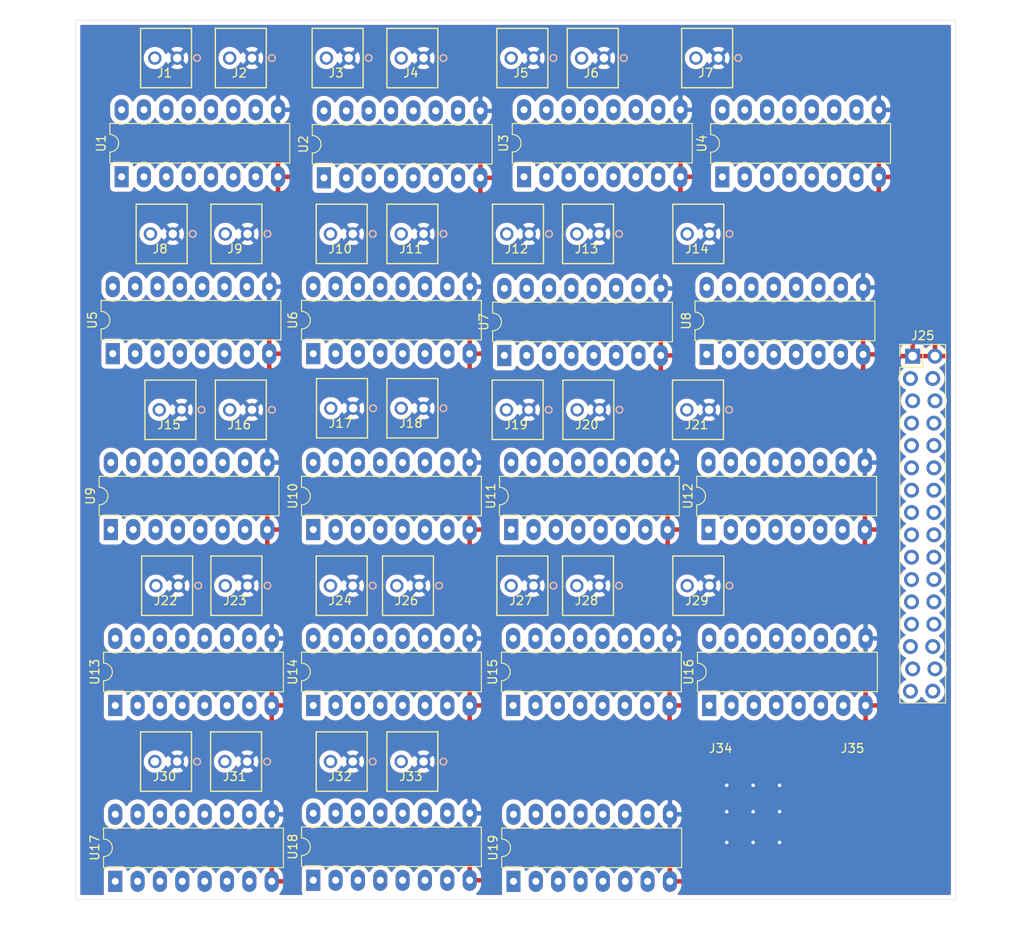
<source format=kicad_pcb>
(kicad_pcb (version 20171130) (host pcbnew "(5.1.0)-1")
  (layers (0 F.Cu signal) (31 B.Cu signal) (34 B.Paste user) (35 F.Paste user) (36 B.SilkS user) (37 F.SilkS user) (38 B.Mask user) (39 F.Mask user) (44 Edge.Cuts user))
  (net 0 "")
  (net 1 O1)
  (net 2 +12V)
  (net 3 O2)
  (net 4 O3)
  (net 5 O4)
  (net 6 O5)
  (net 7 O6)
  (net 8 O7)
  (net 9 O8)
  (net 10 O9)
  (net 11 O10)
  (net 12 O11)
  (net 13 O12)
  (net 14 O13)
  (net 15 O14)
  (net 16 O15)
  (net 17 O16)
  (net 18 O17)
  (net 19 O18)
  (net 20 O19)
  (net 21 O20)
  (net 22 O21)
  (net 23 O22)
  (net 24 O23)
  (net 25 O24)
  (net 26 S30)
  (net 27 S29)
  (net 28 S28)
  (net 29 S27)
  (net 30 S26)
  (net 31 S25)
  (net 32 S24)
  (net 33 S23)
  (net 34 S22)
  (net 35 S21)
  (net 36 S20)
  (net 37 S19)
  (net 38 S18)
  (net 39 S17)
  (net 40 S16)
  (net 41 S15)
  (net 42 S14)
  (net 43 S13)
  (net 44 S12)
  (net 45 S11)
  (net 46 S10)
  (net 47 S9)
  (net 48 S8)
  (net 49 S7)
  (net 50 S6)
  (net 51 S5)
  (net 52 S4)
  (net 53 S3)
  (net 54 S2)
  (net 55 S1)
  (net 56 GND)
  (net 57 O25)
  (net 58 O26)
  (net 59 O27)
  (net 60 O28)
  (net 61 O29)
  (net 62 O30)
  (net 63 O31)
  (net 64 O32)
  (net 65 S32)
  (net 66 S31)
  (net 67 "Net-(U19-Pad3)")
  (net 68 "Net-(U19-Pad10)")
  (net 69 "Net-(U19-Pad4)")
  (net 70 "Net-(U19-Pad11)")
  (net 71 "Net-(U19-Pad5)")
  (net 72 "Net-(U19-Pad12)")
  (net 73 "Net-(U19-Pad6)")
  (net 74 "Net-(U19-Pad13)")
  (net 75 "Net-(U19-Pad7)")
  (net 76 "Net-(U19-Pad14)")
  (module Pluralsight:ScrewTerm_282834-2 (layer F.Cu) (at 109 54.3 180)
    (fp_text reference J1 (at -1.1 -1.7 180) (layer F.SilkS))
    (fp_text value Sol)
    (pad 2 thru_hole circle (at 0 0 180) (size 1.524 1.524) (drill 0.9652) (layers *.Cu *.Mask) (net 1 O1))
    (pad 1 thru_hole circle (at -2.54 0 180) (size 1.524 1.524) (drill 0.9652) (layers *.Cu *.Mask) (net 2 +12V))
  )
  (module Pluralsight:ScrewTerm_282834-2 (layer F.Cu) (at 117.5 54.3 180)
    (fp_text reference J2 (at -1.1 -1.7 180) (layer F.SilkS))
    (fp_text value Sol)
    (pad 1 thru_hole circle (at -2.54 0 180) (size 1.524 1.524) (drill 0.9652) (layers *.Cu *.Mask) (net 2 +12V))
    (pad 2 thru_hole circle (at 0 0 180) (size 1.524 1.524) (drill 0.9652) (layers *.Cu *.Mask) (net 3 O2))
  )
  (module Pluralsight:ScrewTerm_282834-2 (layer F.Cu) (at 128.5 54.3 180)
    (fp_text reference J3 (at -1.1 -1.7 180) (layer F.SilkS))
    (fp_text value Sol)
    (pad 2 thru_hole circle (at 0 0 180) (size 1.524 1.524) (drill 0.9652) (layers *.Cu *.Mask) (net 4 O3))
    (pad 1 thru_hole circle (at -2.54 0 180) (size 1.524 1.524) (drill 0.9652) (layers *.Cu *.Mask) (net 2 +12V))
  )
  (module Pluralsight:ScrewTerm_282834-2 (layer F.Cu) (at 137 54.3 180)
    (fp_text reference J4 (at -1.1 -1.7 180) (layer F.SilkS))
    (fp_text value Sol)
    (pad 1 thru_hole circle (at -2.54 0 180) (size 1.524 1.524) (drill 0.9652) (layers *.Cu *.Mask) (net 2 +12V))
    (pad 2 thru_hole circle (at 0 0 180) (size 1.524 1.524) (drill 0.9652) (layers *.Cu *.Mask) (net 5 O4))
  )
  (module Pluralsight:ScrewTerm_282834-2 (layer F.Cu) (at 149.5 54.3 180)
    (fp_text reference J5 (at -1.1 -1.7 180) (layer F.SilkS))
    (fp_text value Sol)
    (pad 2 thru_hole circle (at 0 0 180) (size 1.524 1.524) (drill 0.9652) (layers *.Cu *.Mask) (net 6 O5))
    (pad 1 thru_hole circle (at -2.54 0 180) (size 1.524 1.524) (drill 0.9652) (layers *.Cu *.Mask) (net 2 +12V))
  )
  (module Pluralsight:ScrewTerm_282834-2 (layer F.Cu) (at 157.5 54.3 180)
    (fp_text reference J6 (at -1.1 -1.7 180) (layer F.SilkS))
    (fp_text value Sol)
    (pad 1 thru_hole circle (at -2.54 0 180) (size 1.524 1.524) (drill 0.9652) (layers *.Cu *.Mask) (net 2 +12V))
    (pad 2 thru_hole circle (at 0 0 180) (size 1.524 1.524) (drill 0.9652) (layers *.Cu *.Mask) (net 7 O6))
  )
  (module Pluralsight:ScrewTerm_282834-2 (layer F.Cu) (at 170.5 54.3 180)
    (fp_text reference J7 (at -1.1 -1.7 180) (layer F.SilkS))
    (fp_text value Sol)
    (pad 2 thru_hole circle (at 0 0 180) (size 1.524 1.524) (drill 0.9652) (layers *.Cu *.Mask) (net 8 O7))
    (pad 1 thru_hole circle (at -2.54 0 180) (size 1.524 1.524) (drill 0.9652) (layers *.Cu *.Mask) (net 2 +12V))
  )
  (module Pluralsight:ScrewTerm_282834-2 (layer F.Cu) (at 108.5 74.3 180)
    (fp_text reference J8 (at -1.1 -1.7 180) (layer F.SilkS))
    (fp_text value Sol)
    (pad 2 thru_hole circle (at 0 0 180) (size 1.524 1.524) (drill 0.9652) (layers *.Cu *.Mask) (net 9 O8))
    (pad 1 thru_hole circle (at -2.54 0 180) (size 1.524 1.524) (drill 0.9652) (layers *.Cu *.Mask) (net 2 +12V))
  )
  (module Pluralsight:ScrewTerm_282834-2 (layer F.Cu) (at 117 74.3 180)
    (fp_text reference J9 (at -1.1 -1.7 180) (layer F.SilkS))
    (fp_text value Sol)
    (pad 1 thru_hole circle (at -2.54 0 180) (size 1.524 1.524) (drill 0.9652) (layers *.Cu *.Mask) (net 2 +12V))
    (pad 2 thru_hole circle (at 0 0 180) (size 1.524 1.524) (drill 0.9652) (layers *.Cu *.Mask) (net 10 O9))
  )
  (module Pluralsight:ScrewTerm_282834-2 (layer F.Cu) (at 128.96 74.3 180)
    (fp_text reference J10 (at -1.1 -1.7 180) (layer F.SilkS))
    (fp_text value Sol)
    (pad 1 thru_hole circle (at -2.54 0 180) (size 1.524 1.524) (drill 0.9652) (layers *.Cu *.Mask) (net 2 +12V))
    (pad 2 thru_hole circle (at 0 0 180) (size 1.524 1.524) (drill 0.9652) (layers *.Cu *.Mask) (net 11 O10))
  )
  (module Pluralsight:ScrewTerm_282834-2 (layer F.Cu) (at 137 74.3 180)
    (fp_text reference J11 (at -1.1 -1.7) (layer F.SilkS))
    (fp_text value Sol)
    (pad 2 thru_hole circle (at 0 0 180) (size 1.524 1.524) (drill 0.9652) (layers *.Cu *.Mask) (net 12 O11))
    (pad 1 thru_hole circle (at -2.54 0 180) (size 1.524 1.524) (drill 0.9652) (layers *.Cu *.Mask) (net 2 +12V))
  )
  (module Pluralsight:ScrewTerm_282834-2 (layer F.Cu) (at 149 74.3 180)
    (fp_text reference J12 (at -1.1 -1.7 180) (layer F.SilkS))
    (fp_text value Sol)
    (pad 1 thru_hole circle (at -2.54 0 180) (size 1.524 1.524) (drill 0.9652) (layers *.Cu *.Mask) (net 2 +12V))
    (pad 2 thru_hole circle (at 0 0 180) (size 1.524 1.524) (drill 0.9652) (layers *.Cu *.Mask) (net 13 O12))
  )
  (module Pluralsight:ScrewTerm_282834-2 (layer F.Cu) (at 156.96 74.3 180)
    (fp_text reference J13 (at -1.1 -1.7 180) (layer F.SilkS))
    (fp_text value Sol)
    (pad 2 thru_hole circle (at 0 0 180) (size 1.524 1.524) (drill 0.9652) (layers *.Cu *.Mask) (net 14 O13))
    (pad 1 thru_hole circle (at -2.54 0 180) (size 1.524 1.524) (drill 0.9652) (layers *.Cu *.Mask) (net 2 +12V))
  )
  (module Pluralsight:ScrewTerm_282834-2 (layer F.Cu) (at 169.5 74.3 180)
    (fp_text reference J14 (at -1.1 -1.7 180) (layer F.SilkS))
    (fp_text value Sol)
    (pad 1 thru_hole circle (at -2.54 0 180) (size 1.524 1.524) (drill 0.9652) (layers *.Cu *.Mask) (net 2 +12V))
    (pad 2 thru_hole circle (at 0 0 180) (size 1.524 1.524) (drill 0.9652) (layers *.Cu *.Mask) (net 15 O14))
  )
  (module Pluralsight:ScrewTerm_282834-2 (layer F.Cu) (at 109.5 94.3 180)
    (fp_text reference J15 (at -1.1 -1.7 180) (layer F.SilkS))
    (fp_text value Sol)
    (pad 2 thru_hole circle (at 0 0 180) (size 1.524 1.524) (drill 0.9652) (layers *.Cu *.Mask) (net 16 O15))
    (pad 1 thru_hole circle (at -2.54 0 180) (size 1.524 1.524) (drill 0.9652) (layers *.Cu *.Mask) (net 2 +12V))
  )
  (module Pluralsight:ScrewTerm_282834-2 (layer F.Cu) (at 117.5 94.3 180)
    (fp_text reference J16 (at -1.1 -1.7 180) (layer F.SilkS))
    (fp_text value Sol)
    (pad 1 thru_hole circle (at -2.54 0 180) (size 1.524 1.524) (drill 0.9652) (layers *.Cu *.Mask) (net 2 +12V))
    (pad 2 thru_hole circle (at 0 0 180) (size 1.524 1.524) (drill 0.9652) (layers *.Cu *.Mask) (net 17 O16))
  )
  (module Pluralsight:ScrewTerm_282834-2 (layer F.Cu) (at 129 94.124401 180)
    (fp_text reference J17 (at -1.1 -1.7 180) (layer F.SilkS))
    (fp_text value Sol)
    (pad 2 thru_hole circle (at 0 0 180) (size 1.524 1.524) (drill 0.9652) (layers *.Cu *.Mask) (net 18 O17))
    (pad 1 thru_hole circle (at -2.54 0 180) (size 1.524 1.524) (drill 0.9652) (layers *.Cu *.Mask) (net 2 +12V))
  )
  (module Pluralsight:ScrewTerm_282834-2 (layer F.Cu) (at 137 94.124401 180)
    (fp_text reference J18 (at -1.1 -1.7 180) (layer F.SilkS))
    (fp_text value Sol)
    (pad 1 thru_hole circle (at -2.54 0 180) (size 1.524 1.524) (drill 0.9652) (layers *.Cu *.Mask) (net 2 +12V))
    (pad 2 thru_hole circle (at 0 0 180) (size 1.524 1.524) (drill 0.9652) (layers *.Cu *.Mask) (net 19 O18))
  )
  (module Pluralsight:ScrewTerm_282834-2 (layer F.Cu) (at 148.96 94.3 180)
    (fp_text reference J19 (at -1.1 -1.7 180) (layer F.SilkS))
    (fp_text value Sol)
    (pad 2 thru_hole circle (at 0 0 180) (size 1.524 1.524) (drill 0.9652) (layers *.Cu *.Mask) (net 20 O19))
    (pad 1 thru_hole circle (at -2.54 0 180) (size 1.524 1.524) (drill 0.9652) (layers *.Cu *.Mask) (net 2 +12V))
  )
  (module Pluralsight:ScrewTerm_282834-2 (layer F.Cu) (at 157 94.3 180)
    (fp_text reference J20 (at -1.1 -1.7 180) (layer F.SilkS))
    (fp_text value Sol)
    (pad 1 thru_hole circle (at -2.54 0 180) (size 1.524 1.524) (drill 0.9652) (layers *.Cu *.Mask) (net 2 +12V))
    (pad 2 thru_hole circle (at 0 0 180) (size 1.524 1.524) (drill 0.9652) (layers *.Cu *.Mask) (net 21 O20))
  )
  (module Pluralsight:ScrewTerm_282834-2 (layer F.Cu) (at 169.46 94.3 180)
    (fp_text reference J21 (at -1.1 -1.7 180) (layer F.SilkS))
    (fp_text value Sol)
    (pad 2 thru_hole circle (at 0 0 180) (size 1.524 1.524) (drill 0.9652) (layers *.Cu *.Mask) (net 22 O21))
    (pad 1 thru_hole circle (at -2.54 0 180) (size 1.524 1.524) (drill 0.9652) (layers *.Cu *.Mask) (net 2 +12V))
  )
  (module Pluralsight:ScrewTerm_282834-2 (layer F.Cu) (at 109.125001 114.3 180)
    (fp_text reference J22 (at -1.1 -1.7 180) (layer F.SilkS))
    (fp_text value Sol)
    (pad 1 thru_hole circle (at -2.54 0 180) (size 1.524 1.524) (drill 0.9652) (layers *.Cu *.Mask) (net 2 +12V))
    (pad 2 thru_hole circle (at 0 0 180) (size 1.524 1.524) (drill 0.9652) (layers *.Cu *.Mask) (net 23 O22))
  )
  (module Pluralsight:ScrewTerm_282834-2 (layer F.Cu) (at 117 114.3 180)
    (fp_text reference J23 (at -1.1 -1.7 180) (layer F.SilkS))
    (fp_text value Sol)
    (pad 2 thru_hole circle (at 0 0 180) (size 1.524 1.524) (drill 0.9652) (layers *.Cu *.Mask) (net 24 O23))
    (pad 1 thru_hole circle (at -2.54 0 180) (size 1.524 1.524) (drill 0.9652) (layers *.Cu *.Mask) (net 2 +12V))
  )
  (module Pluralsight:ScrewTerm_282834-2 (layer F.Cu) (at 128.96 114.3 180)
    (fp_text reference J24 (at -1.1 -1.7 180) (layer F.SilkS))
    (fp_text value Sol)
    (pad 1 thru_hole circle (at -2.54 0 180) (size 1.524 1.524) (drill 0.9652) (layers *.Cu *.Mask) (net 2 +12V))
    (pad 2 thru_hole circle (at 0 0 180) (size 1.524 1.524) (drill 0.9652) (layers *.Cu *.Mask) (net 25 O24))
  )
  (module Pluralsight:PinHeader_2x16_P2.54mm_Vertical_zigzag (layer F.Cu) (at 195 88.2)
    (fp_text reference J25 (at 1.27 -2.33) (layer F.SilkS))
    (fp_text value Interface)
    (pad 32 thru_hole oval (at 2.413 38.1) (size 1.7 1.7) (drill 1) (layers *.Cu *.Mask) (net 26 S30))
    (pad 31 thru_hole oval (at -0.127 38.1) (size 1.7 1.7) (drill 1) (layers *.Cu *.Mask) (net 27 S29))
    (pad 30 thru_hole oval (at 2.667 35.56) (size 1.7 1.7) (drill 1) (layers *.Cu *.Mask) (net 28 S28))
    (pad 29 thru_hole oval (at 0.127 35.56) (size 1.7 1.7) (drill 1) (layers *.Cu *.Mask) (net 29 S27))
    (pad 28 thru_hole oval (at 2.413 33.02) (size 1.7 1.7) (drill 1) (layers *.Cu *.Mask) (net 30 S26))
    (pad 27 thru_hole oval (at -0.127 33.02) (size 1.7 1.7) (drill 1) (layers *.Cu *.Mask) (net 31 S25))
    (pad 26 thru_hole oval (at 2.54 30.48) (size 1.7 1.7) (drill 1) (layers *.Cu *.Mask) (net 32 S24))
    (pad 25 thru_hole oval (at 0 30.48) (size 1.7 1.7) (drill 1) (layers *.Cu *.Mask) (net 33 S23))
    (pad 24 thru_hole oval (at 2.54 27.94) (size 1.7 1.7) (drill 1) (layers *.Cu *.Mask) (net 34 S22))
    (pad 23 thru_hole oval (at 0 27.94) (size 1.7 1.7) (drill 1) (layers *.Cu *.Mask) (net 35 S21))
    (pad 22 thru_hole oval (at 2.54 25.4) (size 1.7 1.7) (drill 1) (layers *.Cu *.Mask) (net 36 S20))
    (pad 21 thru_hole oval (at 0 25.4) (size 1.7 1.7) (drill 1) (layers *.Cu *.Mask) (net 37 S19))
    (pad 20 thru_hole oval (at 2.54 22.86) (size 1.7 1.7) (drill 1) (layers *.Cu *.Mask) (net 38 S18))
    (pad 19 thru_hole oval (at 0 22.86) (size 1.7 1.7) (drill 1) (layers *.Cu *.Mask) (net 39 S17))
    (pad 18 thru_hole oval (at 2.54 20.32) (size 1.7 1.7) (drill 1) (layers *.Cu *.Mask) (net 40 S16))
    (pad 17 thru_hole oval (at 0 20.32) (size 1.7 1.7) (drill 1) (layers *.Cu *.Mask) (net 41 S15))
    (pad 16 thru_hole oval (at 2.54 17.78) (size 1.7 1.7) (drill 1) (layers *.Cu *.Mask) (net 42 S14))
    (pad 15 thru_hole oval (at 0 17.78) (size 1.7 1.7) (drill 1) (layers *.Cu *.Mask) (net 43 S13))
    (pad 14 thru_hole oval (at 2.54 15.24) (size 1.7 1.7) (drill 1) (layers *.Cu *.Mask) (net 44 S12))
    (pad 13 thru_hole oval (at 0 15.24) (size 1.7 1.7) (drill 1) (layers *.Cu *.Mask) (net 45 S11))
    (pad 12 thru_hole oval (at 2.54 12.7) (size 1.7 1.7) (drill 1) (layers *.Cu *.Mask) (net 46 S10))
    (pad 11 thru_hole oval (at 0 12.7) (size 1.7 1.7) (drill 1) (layers *.Cu *.Mask) (net 47 S9))
    (pad 10 thru_hole oval (at 2.54 10.16) (size 1.7 1.7) (drill 1) (layers *.Cu *.Mask) (net 48 S8))
    (pad 9 thru_hole oval (at 0 10.16) (size 1.7 1.7) (drill 1) (layers *.Cu *.Mask) (net 49 S7))
    (pad 8 thru_hole oval (at 2.54 7.62) (size 1.7 1.7) (drill 1) (layers *.Cu *.Mask) (net 50 S6))
    (pad 7 thru_hole oval (at 0 7.62) (size 1.7 1.7) (drill 1) (layers *.Cu *.Mask) (net 51 S5))
    (pad 6 thru_hole oval (at 2.667 5.08) (size 1.7 1.7) (drill 1) (layers *.Cu *.Mask) (net 52 S4))
    (pad 5 thru_hole oval (at 0.127 5.08) (size 1.7 1.7) (drill 1) (layers *.Cu *.Mask) (net 53 S3))
    (pad 4 thru_hole oval (at 2.413 2.54) (size 1.7 1.7) (drill 1) (layers *.Cu *.Mask) (net 54 S2))
    (pad 3 thru_hole oval (at -0.127 2.54) (size 1.7 1.7) (drill 1) (layers *.Cu *.Mask) (net 55 S1))
    (pad 2 thru_hole oval (at 2.667 0) (size 1.7 1.7) (drill 1) (layers *.Cu *.Mask) (net 56 GND))
    (pad 1 thru_hole rect (at 0.127 0) (size 1.7 1.7) (drill 1) (layers *.Cu *.Mask) (net 56 GND))
  )
  (module Pluralsight:ScrewTerm_282834-2 (layer F.Cu) (at 136.5 114.3 180)
    (fp_text reference J26 (at -1.1 -1.7 180) (layer F.SilkS))
    (fp_text value Sol)
    (pad 2 thru_hole circle (at 0 0 180) (size 1.524 1.524) (drill 0.9652) (layers *.Cu *.Mask) (net 57 O25))
    (pad 1 thru_hole circle (at -2.54 0 180) (size 1.524 1.524) (drill 0.9652) (layers *.Cu *.Mask) (net 2 +12V))
  )
  (module Pluralsight:ScrewTerm_282834-2 (layer F.Cu) (at 149.5 114.3 180)
    (fp_text reference J27 (at -1.1 -1.7 180) (layer F.SilkS))
    (fp_text value Sol)
    (pad 1 thru_hole circle (at -2.54 0 180) (size 1.524 1.524) (drill 0.9652) (layers *.Cu *.Mask) (net 2 +12V))
    (pad 2 thru_hole circle (at 0 0 180) (size 1.524 1.524) (drill 0.9652) (layers *.Cu *.Mask) (net 58 O26))
  )
  (module Pluralsight:ScrewTerm_282834-2 (layer F.Cu) (at 156.96 114.3 180)
    (fp_text reference J28 (at -1.1 -1.7 180) (layer F.SilkS))
    (fp_text value Sol)
    (pad 2 thru_hole circle (at 0 0 180) (size 1.524 1.524) (drill 0.9652) (layers *.Cu *.Mask) (net 59 O27))
    (pad 1 thru_hole circle (at -2.54 0 180) (size 1.524 1.524) (drill 0.9652) (layers *.Cu *.Mask) (net 2 +12V))
  )
  (module Pluralsight:ScrewTerm_282834-2 (layer F.Cu) (at 169.5 114.3 180)
    (fp_text reference J29 (at -1.1 -1.7 180) (layer F.SilkS))
    (fp_text value Sol)
    (pad 1 thru_hole circle (at -2.54 0 180) (size 1.524 1.524) (drill 0.9652) (layers *.Cu *.Mask) (net 2 +12V))
    (pad 2 thru_hole circle (at 0 0 180) (size 1.524 1.524) (drill 0.9652) (layers *.Cu *.Mask) (net 60 O28))
  )
  (module Pluralsight:ScrewTerm_282834-2 (layer F.Cu) (at 109 134.3 180)
    (fp_text reference J30 (at -1.1 -1.7 180) (layer F.SilkS))
    (fp_text value Sol)
    (pad 2 thru_hole circle (at 0 0 180) (size 1.524 1.524) (drill 0.9652) (layers *.Cu *.Mask) (net 61 O29))
    (pad 1 thru_hole circle (at -2.54 0 180) (size 1.524 1.524) (drill 0.9652) (layers *.Cu *.Mask) (net 2 +12V))
  )
  (module Pluralsight:ScrewTerm_282834-2 (layer F.Cu) (at 116.96 134.3 180)
    (fp_text reference J31 (at -1.1 -1.7 180) (layer F.SilkS))
    (fp_text value Sol)
    (pad 1 thru_hole circle (at -2.54 0 180) (size 1.524 1.524) (drill 0.9652) (layers *.Cu *.Mask) (net 2 +12V))
    (pad 2 thru_hole circle (at 0 0 180) (size 1.524 1.524) (drill 0.9652) (layers *.Cu *.Mask) (net 62 O30))
  )
  (module Pluralsight:ScrewTerm_282834-2 (layer F.Cu) (at 128.96 134.3 180)
    (fp_text reference J32 (at -1.1 -1.7 180) (layer F.SilkS))
    (fp_text value Sol)
    (pad 2 thru_hole circle (at 0 0 180) (size 1.524 1.524) (drill 0.9652) (layers *.Cu *.Mask) (net 63 O31))
    (pad 1 thru_hole circle (at -2.54 0 180) (size 1.524 1.524) (drill 0.9652) (layers *.Cu *.Mask) (net 2 +12V))
  )
  (module Pluralsight:ScrewTerm_282834-2 (layer F.Cu) (at 137 134.3 180)
    (fp_text reference J33 (at -1.1 -1.7 180) (layer F.SilkS))
    (fp_text value Sol)
    (pad 1 thru_hole circle (at -2.54 0 180) (size 1.524 1.524) (drill 0.9652) (layers *.Cu *.Mask) (net 2 +12V))
    (pad 2 thru_hole circle (at 0 0 180) (size 1.524 1.524) (drill 0.9652) (layers *.Cu *.Mask) (net 64 O32))
  )
  (module Pluralsight:SolderPadPower (layer F.Cu) (at 177 140)
    (fp_text reference J34 (at -3.7 -7.2) (layer F.SilkS))
    (fp_text value Power)
    (pad 1 smd rect (at 0 0) (size 12.7 12.7) (layers F.Cu F.Paste F.Mask) (net 2 +12V))
  )
  (module Pluralsight:SolderPadPower (layer F.Cu) (at 192 140)
    (fp_text reference J35 (at -3.7 -7.2) (layer F.SilkS))
    (fp_text value Power)
    (pad 1 smd rect (at 0 0) (size 12.7 12.7) (layers F.Cu F.Paste F.Mask) (net 56 GND))
  )
  (module Package_DIP:DIP-16_W7.62mm_LongPads (layer F.Cu) (at 105.22 67.8 90)
    (fp_text reference U1 (at 3.81 -2.33 90) (layer F.SilkS))
    (fp_text value ULN2003A)
    (pad 1 thru_hole rect (at 0 0 90) (size 2.4 1.6) (drill 0.8) (layers *.Cu *.Mask) (net 55 S1))
    (pad 9 thru_hole oval (at 7.62 17.78 90) (size 2.4 1.6) (drill 0.8) (layers *.Cu *.Mask) (net 2 +12V))
    (pad 2 thru_hole oval (at 0 2.54 90) (size 2.4 1.6) (drill 0.8) (layers *.Cu *.Mask) (net 55 S1))
    (pad 10 thru_hole oval (at 7.62 15.24 90) (size 2.4 1.6) (drill 0.8) (layers *.Cu *.Mask) (net 3 O2))
    (pad 3 thru_hole oval (at 0 5.08 90) (size 2.4 1.6) (drill 0.8) (layers *.Cu *.Mask) (net 55 S1))
    (pad 11 thru_hole oval (at 7.62 12.7 90) (size 2.4 1.6) (drill 0.8) (layers *.Cu *.Mask) (net 3 O2))
    (pad 4 thru_hole oval (at 0 7.62 90) (size 2.4 1.6) (drill 0.8) (layers *.Cu *.Mask) (net 55 S1))
    (pad 12 thru_hole oval (at 7.62 10.16 90) (size 2.4 1.6) (drill 0.8) (layers *.Cu *.Mask) (net 3 O2))
    (pad 5 thru_hole oval (at 0 10.16 90) (size 2.4 1.6) (drill 0.8) (layers *.Cu *.Mask) (net 54 S2))
    (pad 13 thru_hole oval (at 7.62 7.62 90) (size 2.4 1.6) (drill 0.8) (layers *.Cu *.Mask) (net 1 O1))
    (pad 6 thru_hole oval (at 0 12.7 90) (size 2.4 1.6) (drill 0.8) (layers *.Cu *.Mask) (net 54 S2))
    (pad 14 thru_hole oval (at 7.62 5.08 90) (size 2.4 1.6) (drill 0.8) (layers *.Cu *.Mask) (net 1 O1))
    (pad 7 thru_hole oval (at 0 15.24 90) (size 2.4 1.6) (drill 0.8) (layers *.Cu *.Mask) (net 54 S2))
    (pad 15 thru_hole oval (at 7.62 2.54 90) (size 2.4 1.6) (drill 0.8) (layers *.Cu *.Mask) (net 1 O1))
    (pad 8 thru_hole oval (at 0 17.78 90) (size 2.4 1.6) (drill 0.8) (layers *.Cu *.Mask) (net 56 GND))
    (pad 16 thru_hole oval (at 7.62 0 90) (size 2.4 1.6) (drill 0.8) (layers *.Cu *.Mask) (net 1 O1))
  )
  (module Package_DIP:DIP-16_W7.62mm_LongPads (layer F.Cu) (at 128.22 67.92 90)
    (fp_text reference U2 (at 3.81 -2.33 90) (layer F.SilkS))
    (fp_text value ULN2003A)
    (pad 16 thru_hole oval (at 7.62 0 90) (size 2.4 1.6) (drill 0.8) (layers *.Cu *.Mask) (net 3 O2))
    (pad 8 thru_hole oval (at 0 17.78 90) (size 2.4 1.6) (drill 0.8) (layers *.Cu *.Mask) (net 56 GND))
    (pad 15 thru_hole oval (at 7.62 2.54 90) (size 2.4 1.6) (drill 0.8) (layers *.Cu *.Mask) (net 4 O3))
    (pad 7 thru_hole oval (at 0 15.24 90) (size 2.4 1.6) (drill 0.8) (layers *.Cu *.Mask) (net 52 S4))
    (pad 14 thru_hole oval (at 7.62 5.08 90) (size 2.4 1.6) (drill 0.8) (layers *.Cu *.Mask) (net 4 O3))
    (pad 6 thru_hole oval (at 0 12.7 90) (size 2.4 1.6) (drill 0.8) (layers *.Cu *.Mask) (net 52 S4))
    (pad 13 thru_hole oval (at 7.62 7.62 90) (size 2.4 1.6) (drill 0.8) (layers *.Cu *.Mask) (net 4 O3))
    (pad 5 thru_hole oval (at 0 10.16 90) (size 2.4 1.6) (drill 0.8) (layers *.Cu *.Mask) (net 53 S3))
    (pad 12 thru_hole oval (at 7.62 10.16 90) (size 2.4 1.6) (drill 0.8) (layers *.Cu *.Mask) (net 4 O3))
    (pad 4 thru_hole oval (at 0 7.62 90) (size 2.4 1.6) (drill 0.8) (layers *.Cu *.Mask) (net 53 S3))
    (pad 11 thru_hole oval (at 7.62 12.7 90) (size 2.4 1.6) (drill 0.8) (layers *.Cu *.Mask) (net 5 O4))
    (pad 3 thru_hole oval (at 0 5.08 90) (size 2.4 1.6) (drill 0.8) (layers *.Cu *.Mask) (net 53 S3))
    (pad 10 thru_hole oval (at 7.62 15.24 90) (size 2.4 1.6) (drill 0.8) (layers *.Cu *.Mask) (net 5 O4))
    (pad 2 thru_hole oval (at 0 2.54 90) (size 2.4 1.6) (drill 0.8) (layers *.Cu *.Mask) (net 53 S3))
    (pad 9 thru_hole oval (at 7.62 17.78 90) (size 2.4 1.6) (drill 0.8) (layers *.Cu *.Mask) (net 2 +12V))
    (pad 1 thru_hole rect (at 0 0 90) (size 2.4 1.6) (drill 0.8) (layers *.Cu *.Mask) (net 54 S2))
  )
  (module Package_DIP:DIP-16_W7.62mm_LongPads (layer F.Cu) (at 150.96 67.8 90)
    (fp_text reference U3 (at 3.81 -2.33 90) (layer F.SilkS))
    (fp_text value ULN2003A)
    (pad 1 thru_hole rect (at 0 0 90) (size 2.4 1.6) (drill 0.8) (layers *.Cu *.Mask) (net 52 S4))
    (pad 9 thru_hole oval (at 7.62 17.78 90) (size 2.4 1.6) (drill 0.8) (layers *.Cu *.Mask) (net 2 +12V))
    (pad 2 thru_hole oval (at 0 2.54 90) (size 2.4 1.6) (drill 0.8) (layers *.Cu *.Mask) (net 52 S4))
    (pad 10 thru_hole oval (at 7.62 15.24 90) (size 2.4 1.6) (drill 0.8) (layers *.Cu *.Mask) (net 7 O6))
    (pad 3 thru_hole oval (at 0 5.08 90) (size 2.4 1.6) (drill 0.8) (layers *.Cu *.Mask) (net 51 S5))
    (pad 11 thru_hole oval (at 7.62 12.7 90) (size 2.4 1.6) (drill 0.8) (layers *.Cu *.Mask) (net 6 O5))
    (pad 4 thru_hole oval (at 0 7.62 90) (size 2.4 1.6) (drill 0.8) (layers *.Cu *.Mask) (net 51 S5))
    (pad 12 thru_hole oval (at 7.62 10.16 90) (size 2.4 1.6) (drill 0.8) (layers *.Cu *.Mask) (net 6 O5))
    (pad 5 thru_hole oval (at 0 10.16 90) (size 2.4 1.6) (drill 0.8) (layers *.Cu *.Mask) (net 51 S5))
    (pad 13 thru_hole oval (at 7.62 7.62 90) (size 2.4 1.6) (drill 0.8) (layers *.Cu *.Mask) (net 6 O5))
    (pad 6 thru_hole oval (at 0 12.7 90) (size 2.4 1.6) (drill 0.8) (layers *.Cu *.Mask) (net 51 S5))
    (pad 14 thru_hole oval (at 7.62 5.08 90) (size 2.4 1.6) (drill 0.8) (layers *.Cu *.Mask) (net 6 O5))
    (pad 7 thru_hole oval (at 0 15.24 90) (size 2.4 1.6) (drill 0.8) (layers *.Cu *.Mask) (net 50 S6))
    (pad 15 thru_hole oval (at 7.62 2.54 90) (size 2.4 1.6) (drill 0.8) (layers *.Cu *.Mask) (net 5 O4))
    (pad 8 thru_hole oval (at 0 17.78 90) (size 2.4 1.6) (drill 0.8) (layers *.Cu *.Mask) (net 56 GND))
    (pad 16 thru_hole oval (at 7.62 0 90) (size 2.4 1.6) (drill 0.8) (layers *.Cu *.Mask) (net 5 O4))
  )
  (module Package_DIP:DIP-16_W7.62mm_LongPads (layer F.Cu) (at 173.5 67.82 90)
    (fp_text reference U4 (at 3.81 -2.33 90) (layer F.SilkS))
    (fp_text value ULN2003A)
    (pad 16 thru_hole oval (at 7.62 0 90) (size 2.4 1.6) (drill 0.8) (layers *.Cu *.Mask) (net 7 O6))
    (pad 8 thru_hole oval (at 0 17.78 90) (size 2.4 1.6) (drill 0.8) (layers *.Cu *.Mask) (net 56 GND))
    (pad 15 thru_hole oval (at 7.62 2.54 90) (size 2.4 1.6) (drill 0.8) (layers *.Cu *.Mask) (net 7 O6))
    (pad 7 thru_hole oval (at 0 15.24 90) (size 2.4 1.6) (drill 0.8) (layers *.Cu *.Mask) (net 49 S7))
    (pad 14 thru_hole oval (at 7.62 5.08 90) (size 2.4 1.6) (drill 0.8) (layers *.Cu *.Mask) (net 7 O6))
    (pad 6 thru_hole oval (at 0 12.7 90) (size 2.4 1.6) (drill 0.8) (layers *.Cu *.Mask) (net 49 S7))
    (pad 13 thru_hole oval (at 7.62 7.62 90) (size 2.4 1.6) (drill 0.8) (layers *.Cu *.Mask) (net 8 O7))
    (pad 5 thru_hole oval (at 0 10.16 90) (size 2.4 1.6) (drill 0.8) (layers *.Cu *.Mask) (net 49 S7))
    (pad 12 thru_hole oval (at 7.62 10.16 90) (size 2.4 1.6) (drill 0.8) (layers *.Cu *.Mask) (net 8 O7))
    (pad 4 thru_hole oval (at 0 7.62 90) (size 2.4 1.6) (drill 0.8) (layers *.Cu *.Mask) (net 49 S7))
    (pad 11 thru_hole oval (at 7.62 12.7 90) (size 2.4 1.6) (drill 0.8) (layers *.Cu *.Mask) (net 8 O7))
    (pad 3 thru_hole oval (at 0 5.08 90) (size 2.4 1.6) (drill 0.8) (layers *.Cu *.Mask) (net 50 S6))
    (pad 10 thru_hole oval (at 7.62 15.24 90) (size 2.4 1.6) (drill 0.8) (layers *.Cu *.Mask) (net 8 O7))
    (pad 2 thru_hole oval (at 0 2.54 90) (size 2.4 1.6) (drill 0.8) (layers *.Cu *.Mask) (net 50 S6))
    (pad 9 thru_hole oval (at 7.62 17.78 90) (size 2.4 1.6) (drill 0.8) (layers *.Cu *.Mask) (net 2 +12V))
    (pad 1 thru_hole rect (at 0 0 90) (size 2.4 1.6) (drill 0.8) (layers *.Cu *.Mask) (net 50 S6))
  )
  (module Package_DIP:DIP-16_W7.62mm_LongPads (layer F.Cu) (at 104.22 87.92 90)
    (fp_text reference U5 (at 3.81 -2.33 90) (layer F.SilkS))
    (fp_text value ULN2003A)
    (pad 1 thru_hole rect (at 0 0 90) (size 2.4 1.6) (drill 0.8) (layers *.Cu *.Mask) (net 48 S8))
    (pad 9 thru_hole oval (at 7.62 17.78 90) (size 2.4 1.6) (drill 0.8) (layers *.Cu *.Mask) (net 2 +12V))
    (pad 2 thru_hole oval (at 0 2.54 90) (size 2.4 1.6) (drill 0.8) (layers *.Cu *.Mask) (net 48 S8))
    (pad 10 thru_hole oval (at 7.62 15.24 90) (size 2.4 1.6) (drill 0.8) (layers *.Cu *.Mask) (net 10 O9))
    (pad 3 thru_hole oval (at 0 5.08 90) (size 2.4 1.6) (drill 0.8) (layers *.Cu *.Mask) (net 48 S8))
    (pad 11 thru_hole oval (at 7.62 12.7 90) (size 2.4 1.6) (drill 0.8) (layers *.Cu *.Mask) (net 10 O9))
    (pad 4 thru_hole oval (at 0 7.62 90) (size 2.4 1.6) (drill 0.8) (layers *.Cu *.Mask) (net 48 S8))
    (pad 12 thru_hole oval (at 7.62 10.16 90) (size 2.4 1.6) (drill 0.8) (layers *.Cu *.Mask) (net 10 O9))
    (pad 5 thru_hole oval (at 0 10.16 90) (size 2.4 1.6) (drill 0.8) (layers *.Cu *.Mask) (net 47 S9))
    (pad 13 thru_hole oval (at 7.62 7.62 90) (size 2.4 1.6) (drill 0.8) (layers *.Cu *.Mask) (net 9 O8))
    (pad 6 thru_hole oval (at 0 12.7 90) (size 2.4 1.6) (drill 0.8) (layers *.Cu *.Mask) (net 47 S9))
    (pad 14 thru_hole oval (at 7.62 5.08 90) (size 2.4 1.6) (drill 0.8) (layers *.Cu *.Mask) (net 9 O8))
    (pad 7 thru_hole oval (at 0 15.24 90) (size 2.4 1.6) (drill 0.8) (layers *.Cu *.Mask) (net 47 S9))
    (pad 15 thru_hole oval (at 7.62 2.54 90) (size 2.4 1.6) (drill 0.8) (layers *.Cu *.Mask) (net 9 O8))
    (pad 8 thru_hole oval (at 0 17.78 90) (size 2.4 1.6) (drill 0.8) (layers *.Cu *.Mask) (net 56 GND))
    (pad 16 thru_hole oval (at 7.62 0 90) (size 2.4 1.6) (drill 0.8) (layers *.Cu *.Mask) (net 9 O8))
  )
  (module Package_DIP:DIP-16_W7.62mm_LongPads (layer F.Cu) (at 127 87.92 90)
    (fp_text reference U6 (at 3.81 -2.33 90) (layer F.SilkS))
    (fp_text value ULN2003A)
    (pad 16 thru_hole oval (at 7.62 0 90) (size 2.4 1.6) (drill 0.8) (layers *.Cu *.Mask) (net 10 O9))
    (pad 8 thru_hole oval (at 0 17.78 90) (size 2.4 1.6) (drill 0.8) (layers *.Cu *.Mask) (net 56 GND))
    (pad 15 thru_hole oval (at 7.62 2.54 90) (size 2.4 1.6) (drill 0.8) (layers *.Cu *.Mask) (net 11 O10))
    (pad 7 thru_hole oval (at 0 15.24 90) (size 2.4 1.6) (drill 0.8) (layers *.Cu *.Mask) (net 45 S11))
    (pad 14 thru_hole oval (at 7.62 5.08 90) (size 2.4 1.6) (drill 0.8) (layers *.Cu *.Mask) (net 11 O10))
    (pad 6 thru_hole oval (at 0 12.7 90) (size 2.4 1.6) (drill 0.8) (layers *.Cu *.Mask) (net 45 S11))
    (pad 13 thru_hole oval (at 7.62 7.62 90) (size 2.4 1.6) (drill 0.8) (layers *.Cu *.Mask) (net 11 O10))
    (pad 5 thru_hole oval (at 0 10.16 90) (size 2.4 1.6) (drill 0.8) (layers *.Cu *.Mask) (net 46 S10))
    (pad 12 thru_hole oval (at 7.62 10.16 90) (size 2.4 1.6) (drill 0.8) (layers *.Cu *.Mask) (net 11 O10))
    (pad 4 thru_hole oval (at 0 7.62 90) (size 2.4 1.6) (drill 0.8) (layers *.Cu *.Mask) (net 46 S10))
    (pad 11 thru_hole oval (at 7.62 12.7 90) (size 2.4 1.6) (drill 0.8) (layers *.Cu *.Mask) (net 12 O11))
    (pad 3 thru_hole oval (at 0 5.08 90) (size 2.4 1.6) (drill 0.8) (layers *.Cu *.Mask) (net 46 S10))
    (pad 10 thru_hole oval (at 7.62 15.24 90) (size 2.4 1.6) (drill 0.8) (layers *.Cu *.Mask) (net 12 O11))
    (pad 2 thru_hole oval (at 0 2.54 90) (size 2.4 1.6) (drill 0.8) (layers *.Cu *.Mask) (net 46 S10))
    (pad 9 thru_hole oval (at 7.62 17.78 90) (size 2.4 1.6) (drill 0.8) (layers *.Cu *.Mask) (net 2 +12V))
    (pad 1 thru_hole rect (at 0 0 90) (size 2.4 1.6) (drill 0.8) (layers *.Cu *.Mask) (net 47 S9))
  )
  (module Package_DIP:DIP-16_W7.62mm_LongPads (layer F.Cu) (at 148.72 88.12 90)
    (fp_text reference U7 (at 3.81 -2.33 90) (layer F.SilkS))
    (fp_text value ULN2003A)
    (pad 1 thru_hole rect (at 0 0 90) (size 2.4 1.6) (drill 0.8) (layers *.Cu *.Mask) (net 45 S11))
    (pad 9 thru_hole oval (at 7.62 17.78 90) (size 2.4 1.6) (drill 0.8) (layers *.Cu *.Mask) (net 2 +12V))
    (pad 2 thru_hole oval (at 0 2.54 90) (size 2.4 1.6) (drill 0.8) (layers *.Cu *.Mask) (net 45 S11))
    (pad 10 thru_hole oval (at 7.62 15.24 90) (size 2.4 1.6) (drill 0.8) (layers *.Cu *.Mask) (net 14 O13))
    (pad 3 thru_hole oval (at 0 5.08 90) (size 2.4 1.6) (drill 0.8) (layers *.Cu *.Mask) (net 44 S12))
    (pad 11 thru_hole oval (at 7.62 12.7 90) (size 2.4 1.6) (drill 0.8) (layers *.Cu *.Mask) (net 13 O12))
    (pad 4 thru_hole oval (at 0 7.62 90) (size 2.4 1.6) (drill 0.8) (layers *.Cu *.Mask) (net 44 S12))
    (pad 12 thru_hole oval (at 7.62 10.16 90) (size 2.4 1.6) (drill 0.8) (layers *.Cu *.Mask) (net 13 O12))
    (pad 5 thru_hole oval (at 0 10.16 90) (size 2.4 1.6) (drill 0.8) (layers *.Cu *.Mask) (net 44 S12))
    (pad 13 thru_hole oval (at 7.62 7.62 90) (size 2.4 1.6) (drill 0.8) (layers *.Cu *.Mask) (net 13 O12))
    (pad 6 thru_hole oval (at 0 12.7 90) (size 2.4 1.6) (drill 0.8) (layers *.Cu *.Mask) (net 44 S12))
    (pad 14 thru_hole oval (at 7.62 5.08 90) (size 2.4 1.6) (drill 0.8) (layers *.Cu *.Mask) (net 13 O12))
    (pad 7 thru_hole oval (at 0 15.24 90) (size 2.4 1.6) (drill 0.8) (layers *.Cu *.Mask) (net 43 S13))
    (pad 15 thru_hole oval (at 7.62 2.54 90) (size 2.4 1.6) (drill 0.8) (layers *.Cu *.Mask) (net 12 O11))
    (pad 8 thru_hole oval (at 0 17.78 90) (size 2.4 1.6) (drill 0.8) (layers *.Cu *.Mask) (net 56 GND))
    (pad 16 thru_hole oval (at 7.62 0 90) (size 2.4 1.6) (drill 0.8) (layers *.Cu *.Mask) (net 12 O11))
  )
  (module Package_DIP:DIP-16_W7.62mm_LongPads (layer F.Cu) (at 171.72 88 90)
    (fp_text reference U8 (at 3.81 -2.33 90) (layer F.SilkS))
    (fp_text value ULN2003A)
    (pad 16 thru_hole oval (at 7.62 0 90) (size 2.4 1.6) (drill 0.8) (layers *.Cu *.Mask) (net 14 O13))
    (pad 8 thru_hole oval (at 0 17.78 90) (size 2.4 1.6) (drill 0.8) (layers *.Cu *.Mask) (net 56 GND))
    (pad 15 thru_hole oval (at 7.62 2.54 90) (size 2.4 1.6) (drill 0.8) (layers *.Cu *.Mask) (net 14 O13))
    (pad 7 thru_hole oval (at 0 15.24 90) (size 2.4 1.6) (drill 0.8) (layers *.Cu *.Mask) (net 42 S14))
    (pad 14 thru_hole oval (at 7.62 5.08 90) (size 2.4 1.6) (drill 0.8) (layers *.Cu *.Mask) (net 14 O13))
    (pad 6 thru_hole oval (at 0 12.7 90) (size 2.4 1.6) (drill 0.8) (layers *.Cu *.Mask) (net 42 S14))
    (pad 13 thru_hole oval (at 7.62 7.62 90) (size 2.4 1.6) (drill 0.8) (layers *.Cu *.Mask) (net 15 O14))
    (pad 5 thru_hole oval (at 0 10.16 90) (size 2.4 1.6) (drill 0.8) (layers *.Cu *.Mask) (net 42 S14))
    (pad 12 thru_hole oval (at 7.62 10.16 90) (size 2.4 1.6) (drill 0.8) (layers *.Cu *.Mask) (net 15 O14))
    (pad 4 thru_hole oval (at 0 7.62 90) (size 2.4 1.6) (drill 0.8) (layers *.Cu *.Mask) (net 42 S14))
    (pad 11 thru_hole oval (at 7.62 12.7 90) (size 2.4 1.6) (drill 0.8) (layers *.Cu *.Mask) (net 15 O14))
    (pad 3 thru_hole oval (at 0 5.08 90) (size 2.4 1.6) (drill 0.8) (layers *.Cu *.Mask) (net 43 S13))
    (pad 10 thru_hole oval (at 7.62 15.24 90) (size 2.4 1.6) (drill 0.8) (layers *.Cu *.Mask) (net 15 O14))
    (pad 2 thru_hole oval (at 0 2.54 90) (size 2.4 1.6) (drill 0.8) (layers *.Cu *.Mask) (net 43 S13))
    (pad 9 thru_hole oval (at 7.62 17.78 90) (size 2.4 1.6) (drill 0.8) (layers *.Cu *.Mask) (net 2 +12V))
    (pad 1 thru_hole rect (at 0 0 90) (size 2.4 1.6) (drill 0.8) (layers *.Cu *.Mask) (net 43 S13))
  )
  (module Package_DIP:DIP-16_W7.62mm_LongPads (layer F.Cu) (at 104 107.92 90)
    (fp_text reference U9 (at 3.81 -2.33 90) (layer F.SilkS))
    (fp_text value ULN2003A)
    (pad 1 thru_hole rect (at 0 0 90) (size 2.4 1.6) (drill 0.8) (layers *.Cu *.Mask) (net 41 S15))
    (pad 9 thru_hole oval (at 7.62 17.78 90) (size 2.4 1.6) (drill 0.8) (layers *.Cu *.Mask) (net 2 +12V))
    (pad 2 thru_hole oval (at 0 2.54 90) (size 2.4 1.6) (drill 0.8) (layers *.Cu *.Mask) (net 41 S15))
    (pad 10 thru_hole oval (at 7.62 15.24 90) (size 2.4 1.6) (drill 0.8) (layers *.Cu *.Mask) (net 17 O16))
    (pad 3 thru_hole oval (at 0 5.08 90) (size 2.4 1.6) (drill 0.8) (layers *.Cu *.Mask) (net 41 S15))
    (pad 11 thru_hole oval (at 7.62 12.7 90) (size 2.4 1.6) (drill 0.8) (layers *.Cu *.Mask) (net 17 O16))
    (pad 4 thru_hole oval (at 0 7.62 90) (size 2.4 1.6) (drill 0.8) (layers *.Cu *.Mask) (net 41 S15))
    (pad 12 thru_hole oval (at 7.62 10.16 90) (size 2.4 1.6) (drill 0.8) (layers *.Cu *.Mask) (net 17 O16))
    (pad 5 thru_hole oval (at 0 10.16 90) (size 2.4 1.6) (drill 0.8) (layers *.Cu *.Mask) (net 40 S16))
    (pad 13 thru_hole oval (at 7.62 7.62 90) (size 2.4 1.6) (drill 0.8) (layers *.Cu *.Mask) (net 16 O15))
    (pad 6 thru_hole oval (at 0 12.7 90) (size 2.4 1.6) (drill 0.8) (layers *.Cu *.Mask) (net 40 S16))
    (pad 14 thru_hole oval (at 7.62 5.08 90) (size 2.4 1.6) (drill 0.8) (layers *.Cu *.Mask) (net 16 O15))
    (pad 7 thru_hole oval (at 0 15.24 90) (size 2.4 1.6) (drill 0.8) (layers *.Cu *.Mask) (net 40 S16))
    (pad 15 thru_hole oval (at 7.62 2.54 90) (size 2.4 1.6) (drill 0.8) (layers *.Cu *.Mask) (net 16 O15))
    (pad 8 thru_hole oval (at 0 17.78 90) (size 2.4 1.6) (drill 0.8) (layers *.Cu *.Mask) (net 56 GND))
    (pad 16 thru_hole oval (at 7.62 0 90) (size 2.4 1.6) (drill 0.8) (layers *.Cu *.Mask) (net 16 O15))
  )
  (module Package_DIP:DIP-16_W7.62mm_LongPads (layer F.Cu) (at 127 107.92 90)
    (fp_text reference U10 (at 3.81 -2.33 90) (layer F.SilkS))
    (fp_text value ULN2003A)
    (pad 16 thru_hole oval (at 7.62 0 90) (size 2.4 1.6) (drill 0.8) (layers *.Cu *.Mask) (net 17 O16))
    (pad 8 thru_hole oval (at 0 17.78 90) (size 2.4 1.6) (drill 0.8) (layers *.Cu *.Mask) (net 56 GND))
    (pad 15 thru_hole oval (at 7.62 2.54 90) (size 2.4 1.6) (drill 0.8) (layers *.Cu *.Mask) (net 18 O17))
    (pad 7 thru_hole oval (at 0 15.24 90) (size 2.4 1.6) (drill 0.8) (layers *.Cu *.Mask) (net 38 S18))
    (pad 14 thru_hole oval (at 7.62 5.08 90) (size 2.4 1.6) (drill 0.8) (layers *.Cu *.Mask) (net 18 O17))
    (pad 6 thru_hole oval (at 0 12.7 90) (size 2.4 1.6) (drill 0.8) (layers *.Cu *.Mask) (net 38 S18))
    (pad 13 thru_hole oval (at 7.62 7.62 90) (size 2.4 1.6) (drill 0.8) (layers *.Cu *.Mask) (net 18 O17))
    (pad 5 thru_hole oval (at 0 10.16 90) (size 2.4 1.6) (drill 0.8) (layers *.Cu *.Mask) (net 39 S17))
    (pad 12 thru_hole oval (at 7.62 10.16 90) (size 2.4 1.6) (drill 0.8) (layers *.Cu *.Mask) (net 18 O17))
    (pad 4 thru_hole oval (at 0 7.62 90) (size 2.4 1.6) (drill 0.8) (layers *.Cu *.Mask) (net 39 S17))
    (pad 11 thru_hole oval (at 7.62 12.7 90) (size 2.4 1.6) (drill 0.8) (layers *.Cu *.Mask) (net 19 O18))
    (pad 3 thru_hole oval (at 0 5.08 90) (size 2.4 1.6) (drill 0.8) (layers *.Cu *.Mask) (net 39 S17))
    (pad 10 thru_hole oval (at 7.62 15.24 90) (size 2.4 1.6) (drill 0.8) (layers *.Cu *.Mask) (net 19 O18))
    (pad 2 thru_hole oval (at 0 2.54 90) (size 2.4 1.6) (drill 0.8) (layers *.Cu *.Mask) (net 39 S17))
    (pad 9 thru_hole oval (at 7.62 17.78 90) (size 2.4 1.6) (drill 0.8) (layers *.Cu *.Mask) (net 2 +12V))
    (pad 1 thru_hole rect (at 0 0 90) (size 2.4 1.6) (drill 0.8) (layers *.Cu *.Mask) (net 40 S16))
  )
  (module Package_DIP:DIP-16_W7.62mm_LongPads (layer F.Cu) (at 149.5 107.92 90)
    (fp_text reference U11 (at 3.81 -2.33 90) (layer F.SilkS))
    (fp_text value ULN2003A)
    (pad 1 thru_hole rect (at 0 0 90) (size 2.4 1.6) (drill 0.8) (layers *.Cu *.Mask) (net 38 S18))
    (pad 9 thru_hole oval (at 7.62 17.78 90) (size 2.4 1.6) (drill 0.8) (layers *.Cu *.Mask) (net 2 +12V))
    (pad 2 thru_hole oval (at 0 2.54 90) (size 2.4 1.6) (drill 0.8) (layers *.Cu *.Mask) (net 38 S18))
    (pad 10 thru_hole oval (at 7.62 15.24 90) (size 2.4 1.6) (drill 0.8) (layers *.Cu *.Mask) (net 21 O20))
    (pad 3 thru_hole oval (at 0 5.08 90) (size 2.4 1.6) (drill 0.8) (layers *.Cu *.Mask) (net 37 S19))
    (pad 11 thru_hole oval (at 7.62 12.7 90) (size 2.4 1.6) (drill 0.8) (layers *.Cu *.Mask) (net 20 O19))
    (pad 4 thru_hole oval (at 0 7.62 90) (size 2.4 1.6) (drill 0.8) (layers *.Cu *.Mask) (net 37 S19))
    (pad 12 thru_hole oval (at 7.62 10.16 90) (size 2.4 1.6) (drill 0.8) (layers *.Cu *.Mask) (net 20 O19))
    (pad 5 thru_hole oval (at 0 10.16 90) (size 2.4 1.6) (drill 0.8) (layers *.Cu *.Mask) (net 37 S19))
    (pad 13 thru_hole oval (at 7.62 7.62 90) (size 2.4 1.6) (drill 0.8) (layers *.Cu *.Mask) (net 20 O19))
    (pad 6 thru_hole oval (at 0 12.7 90) (size 2.4 1.6) (drill 0.8) (layers *.Cu *.Mask) (net 37 S19))
    (pad 14 thru_hole oval (at 7.62 5.08 90) (size 2.4 1.6) (drill 0.8) (layers *.Cu *.Mask) (net 20 O19))
    (pad 7 thru_hole oval (at 0 15.24 90) (size 2.4 1.6) (drill 0.8) (layers *.Cu *.Mask) (net 36 S20))
    (pad 15 thru_hole oval (at 7.62 2.54 90) (size 2.4 1.6) (drill 0.8) (layers *.Cu *.Mask) (net 19 O18))
    (pad 8 thru_hole oval (at 0 17.78 90) (size 2.4 1.6) (drill 0.8) (layers *.Cu *.Mask) (net 56 GND))
    (pad 16 thru_hole oval (at 7.62 0 90) (size 2.4 1.6) (drill 0.8) (layers *.Cu *.Mask) (net 19 O18))
  )
  (module Package_DIP:DIP-16_W7.62mm_LongPads (layer F.Cu) (at 171.92 107.92 90)
    (fp_text reference U12 (at 3.81 -2.33 90) (layer F.SilkS))
    (fp_text value ULN2003A)
    (pad 16 thru_hole oval (at 7.62 0 90) (size 2.4 1.6) (drill 0.8) (layers *.Cu *.Mask) (net 21 O20))
    (pad 8 thru_hole oval (at 0 17.78 90) (size 2.4 1.6) (drill 0.8) (layers *.Cu *.Mask) (net 56 GND))
    (pad 15 thru_hole oval (at 7.62 2.54 90) (size 2.4 1.6) (drill 0.8) (layers *.Cu *.Mask) (net 21 O20))
    (pad 7 thru_hole oval (at 0 15.24 90) (size 2.4 1.6) (drill 0.8) (layers *.Cu *.Mask) (net 35 S21))
    (pad 14 thru_hole oval (at 7.62 5.08 90) (size 2.4 1.6) (drill 0.8) (layers *.Cu *.Mask) (net 21 O20))
    (pad 6 thru_hole oval (at 0 12.7 90) (size 2.4 1.6) (drill 0.8) (layers *.Cu *.Mask) (net 35 S21))
    (pad 13 thru_hole oval (at 7.62 7.62 90) (size 2.4 1.6) (drill 0.8) (layers *.Cu *.Mask) (net 22 O21))
    (pad 5 thru_hole oval (at 0 10.16 90) (size 2.4 1.6) (drill 0.8) (layers *.Cu *.Mask) (net 35 S21))
    (pad 12 thru_hole oval (at 7.62 10.16 90) (size 2.4 1.6) (drill 0.8) (layers *.Cu *.Mask) (net 22 O21))
    (pad 4 thru_hole oval (at 0 7.62 90) (size 2.4 1.6) (drill 0.8) (layers *.Cu *.Mask) (net 35 S21))
    (pad 11 thru_hole oval (at 7.62 12.7 90) (size 2.4 1.6) (drill 0.8) (layers *.Cu *.Mask) (net 22 O21))
    (pad 3 thru_hole oval (at 0 5.08 90) (size 2.4 1.6) (drill 0.8) (layers *.Cu *.Mask) (net 36 S20))
    (pad 10 thru_hole oval (at 7.62 15.24 90) (size 2.4 1.6) (drill 0.8) (layers *.Cu *.Mask) (net 22 O21))
    (pad 2 thru_hole oval (at 0 2.54 90) (size 2.4 1.6) (drill 0.8) (layers *.Cu *.Mask) (net 36 S20))
    (pad 9 thru_hole oval (at 7.62 17.78 90) (size 2.4 1.6) (drill 0.8) (layers *.Cu *.Mask) (net 2 +12V))
    (pad 1 thru_hole rect (at 0 0 90) (size 2.4 1.6) (drill 0.8) (layers *.Cu *.Mask) (net 36 S20))
  )
  (module Package_DIP:DIP-16_W7.62mm_LongPads (layer F.Cu) (at 104.5 127.92 90)
    (fp_text reference U13 (at 3.81 -2.33 90) (layer F.SilkS))
    (fp_text value ULN2003A)
    (pad 1 thru_hole rect (at 0 0 90) (size 2.4 1.6) (drill 0.8) (layers *.Cu *.Mask) (net 34 S22))
    (pad 9 thru_hole oval (at 7.62 17.78 90) (size 2.4 1.6) (drill 0.8) (layers *.Cu *.Mask) (net 2 +12V))
    (pad 2 thru_hole oval (at 0 2.54 90) (size 2.4 1.6) (drill 0.8) (layers *.Cu *.Mask) (net 34 S22))
    (pad 10 thru_hole oval (at 7.62 15.24 90) (size 2.4 1.6) (drill 0.8) (layers *.Cu *.Mask) (net 24 O23))
    (pad 3 thru_hole oval (at 0 5.08 90) (size 2.4 1.6) (drill 0.8) (layers *.Cu *.Mask) (net 34 S22))
    (pad 11 thru_hole oval (at 7.62 12.7 90) (size 2.4 1.6) (drill 0.8) (layers *.Cu *.Mask) (net 24 O23))
    (pad 4 thru_hole oval (at 0 7.62 90) (size 2.4 1.6) (drill 0.8) (layers *.Cu *.Mask) (net 34 S22))
    (pad 12 thru_hole oval (at 7.62 10.16 90) (size 2.4 1.6) (drill 0.8) (layers *.Cu *.Mask) (net 24 O23))
    (pad 5 thru_hole oval (at 0 10.16 90) (size 2.4 1.6) (drill 0.8) (layers *.Cu *.Mask) (net 33 S23))
    (pad 13 thru_hole oval (at 7.62 7.62 90) (size 2.4 1.6) (drill 0.8) (layers *.Cu *.Mask) (net 23 O22))
    (pad 6 thru_hole oval (at 0 12.7 90) (size 2.4 1.6) (drill 0.8) (layers *.Cu *.Mask) (net 33 S23))
    (pad 14 thru_hole oval (at 7.62 5.08 90) (size 2.4 1.6) (drill 0.8) (layers *.Cu *.Mask) (net 23 O22))
    (pad 7 thru_hole oval (at 0 15.24 90) (size 2.4 1.6) (drill 0.8) (layers *.Cu *.Mask) (net 33 S23))
    (pad 15 thru_hole oval (at 7.62 2.54 90) (size 2.4 1.6) (drill 0.8) (layers *.Cu *.Mask) (net 23 O22))
    (pad 8 thru_hole oval (at 0 17.78 90) (size 2.4 1.6) (drill 0.8) (layers *.Cu *.Mask) (net 56 GND))
    (pad 16 thru_hole oval (at 7.62 0 90) (size 2.4 1.6) (drill 0.8) (layers *.Cu *.Mask) (net 23 O22))
  )
  (module Package_DIP:DIP-16_W7.62mm_LongPads (layer F.Cu) (at 127 127.92 90)
    (fp_text reference U14 (at 3.81 -2.33 90) (layer F.SilkS))
    (fp_text value ULN2003A)
    (pad 16 thru_hole oval (at 7.62 0 90) (size 2.4 1.6) (drill 0.8) (layers *.Cu *.Mask) (net 24 O23))
    (pad 8 thru_hole oval (at 0 17.78 90) (size 2.4 1.6) (drill 0.8) (layers *.Cu *.Mask) (net 56 GND))
    (pad 15 thru_hole oval (at 7.62 2.54 90) (size 2.4 1.6) (drill 0.8) (layers *.Cu *.Mask) (net 25 O24))
    (pad 7 thru_hole oval (at 0 15.24 90) (size 2.4 1.6) (drill 0.8) (layers *.Cu *.Mask) (net 31 S25))
    (pad 14 thru_hole oval (at 7.62 5.08 90) (size 2.4 1.6) (drill 0.8) (layers *.Cu *.Mask) (net 25 O24))
    (pad 6 thru_hole oval (at 0 12.7 90) (size 2.4 1.6) (drill 0.8) (layers *.Cu *.Mask) (net 31 S25))
    (pad 13 thru_hole oval (at 7.62 7.62 90) (size 2.4 1.6) (drill 0.8) (layers *.Cu *.Mask) (net 25 O24))
    (pad 5 thru_hole oval (at 0 10.16 90) (size 2.4 1.6) (drill 0.8) (layers *.Cu *.Mask) (net 32 S24))
    (pad 12 thru_hole oval (at 7.62 10.16 90) (size 2.4 1.6) (drill 0.8) (layers *.Cu *.Mask) (net 25 O24))
    (pad 4 thru_hole oval (at 0 7.62 90) (size 2.4 1.6) (drill 0.8) (layers *.Cu *.Mask) (net 32 S24))
    (pad 11 thru_hole oval (at 7.62 12.7 90) (size 2.4 1.6) (drill 0.8) (layers *.Cu *.Mask) (net 57 O25))
    (pad 3 thru_hole oval (at 0 5.08 90) (size 2.4 1.6) (drill 0.8) (layers *.Cu *.Mask) (net 32 S24))
    (pad 10 thru_hole oval (at 7.62 15.24 90) (size 2.4 1.6) (drill 0.8) (layers *.Cu *.Mask) (net 57 O25))
    (pad 2 thru_hole oval (at 0 2.54 90) (size 2.4 1.6) (drill 0.8) (layers *.Cu *.Mask) (net 32 S24))
    (pad 9 thru_hole oval (at 7.62 17.78 90) (size 2.4 1.6) (drill 0.8) (layers *.Cu *.Mask) (net 2 +12V))
    (pad 1 thru_hole rect (at 0 0 90) (size 2.4 1.6) (drill 0.8) (layers *.Cu *.Mask) (net 33 S23))
  )
  (module Package_DIP:DIP-16_W7.62mm_LongPads (layer F.Cu) (at 149.72 127.92 90)
    (fp_text reference U15 (at 3.81 -2.33 90) (layer F.SilkS))
    (fp_text value ULN2003A)
    (pad 1 thru_hole rect (at 0 0 90) (size 2.4 1.6) (drill 0.8) (layers *.Cu *.Mask) (net 31 S25))
    (pad 9 thru_hole oval (at 7.62 17.78 90) (size 2.4 1.6) (drill 0.8) (layers *.Cu *.Mask) (net 2 +12V))
    (pad 2 thru_hole oval (at 0 2.54 90) (size 2.4 1.6) (drill 0.8) (layers *.Cu *.Mask) (net 31 S25))
    (pad 10 thru_hole oval (at 7.62 15.24 90) (size 2.4 1.6) (drill 0.8) (layers *.Cu *.Mask) (net 59 O27))
    (pad 3 thru_hole oval (at 0 5.08 90) (size 2.4 1.6) (drill 0.8) (layers *.Cu *.Mask) (net 30 S26))
    (pad 11 thru_hole oval (at 7.62 12.7 90) (size 2.4 1.6) (drill 0.8) (layers *.Cu *.Mask) (net 58 O26))
    (pad 4 thru_hole oval (at 0 7.62 90) (size 2.4 1.6) (drill 0.8) (layers *.Cu *.Mask) (net 30 S26))
    (pad 12 thru_hole oval (at 7.62 10.16 90) (size 2.4 1.6) (drill 0.8) (layers *.Cu *.Mask) (net 58 O26))
    (pad 5 thru_hole oval (at 0 10.16 90) (size 2.4 1.6) (drill 0.8) (layers *.Cu *.Mask) (net 30 S26))
    (pad 13 thru_hole oval (at 7.62 7.62 90) (size 2.4 1.6) (drill 0.8) (layers *.Cu *.Mask) (net 58 O26))
    (pad 6 thru_hole oval (at 0 12.7 90) (size 2.4 1.6) (drill 0.8) (layers *.Cu *.Mask) (net 30 S26))
    (pad 14 thru_hole oval (at 7.62 5.08 90) (size 2.4 1.6) (drill 0.8) (layers *.Cu *.Mask) (net 58 O26))
    (pad 7 thru_hole oval (at 0 15.24 90) (size 2.4 1.6) (drill 0.8) (layers *.Cu *.Mask) (net 29 S27))
    (pad 15 thru_hole oval (at 7.62 2.54 90) (size 2.4 1.6) (drill 0.8) (layers *.Cu *.Mask) (net 57 O25))
    (pad 8 thru_hole oval (at 0 17.78 90) (size 2.4 1.6) (drill 0.8) (layers *.Cu *.Mask) (net 56 GND))
    (pad 16 thru_hole oval (at 7.62 0 90) (size 2.4 1.6) (drill 0.8) (layers *.Cu *.Mask) (net 57 O25))
  )
  (module Package_DIP:DIP-16_W7.62mm_LongPads (layer F.Cu) (at 172 127.92 90)
    (fp_text reference U16 (at 3.81 -2.33 90) (layer F.SilkS))
    (fp_text value ULN2003A)
    (pad 16 thru_hole oval (at 7.62 0 90) (size 2.4 1.6) (drill 0.8) (layers *.Cu *.Mask) (net 59 O27))
    (pad 8 thru_hole oval (at 0 17.78 90) (size 2.4 1.6) (drill 0.8) (layers *.Cu *.Mask) (net 56 GND))
    (pad 15 thru_hole oval (at 7.62 2.54 90) (size 2.4 1.6) (drill 0.8) (layers *.Cu *.Mask) (net 59 O27))
    (pad 7 thru_hole oval (at 0 15.24 90) (size 2.4 1.6) (drill 0.8) (layers *.Cu *.Mask) (net 28 S28))
    (pad 14 thru_hole oval (at 7.62 5.08 90) (size 2.4 1.6) (drill 0.8) (layers *.Cu *.Mask) (net 59 O27))
    (pad 6 thru_hole oval (at 0 12.7 90) (size 2.4 1.6) (drill 0.8) (layers *.Cu *.Mask) (net 28 S28))
    (pad 13 thru_hole oval (at 7.62 7.62 90) (size 2.4 1.6) (drill 0.8) (layers *.Cu *.Mask) (net 60 O28))
    (pad 5 thru_hole oval (at 0 10.16 90) (size 2.4 1.6) (drill 0.8) (layers *.Cu *.Mask) (net 28 S28))
    (pad 12 thru_hole oval (at 7.62 10.16 90) (size 2.4 1.6) (drill 0.8) (layers *.Cu *.Mask) (net 60 O28))
    (pad 4 thru_hole oval (at 0 7.62 90) (size 2.4 1.6) (drill 0.8) (layers *.Cu *.Mask) (net 28 S28))
    (pad 11 thru_hole oval (at 7.62 12.7 90) (size 2.4 1.6) (drill 0.8) (layers *.Cu *.Mask) (net 60 O28))
    (pad 3 thru_hole oval (at 0 5.08 90) (size 2.4 1.6) (drill 0.8) (layers *.Cu *.Mask) (net 29 S27))
    (pad 10 thru_hole oval (at 7.62 15.24 90) (size 2.4 1.6) (drill 0.8) (layers *.Cu *.Mask) (net 60 O28))
    (pad 2 thru_hole oval (at 0 2.54 90) (size 2.4 1.6) (drill 0.8) (layers *.Cu *.Mask) (net 29 S27))
    (pad 9 thru_hole oval (at 7.62 17.78 90) (size 2.4 1.6) (drill 0.8) (layers *.Cu *.Mask) (net 2 +12V))
    (pad 1 thru_hole rect (at 0 0 90) (size 2.4 1.6) (drill 0.8) (layers *.Cu *.Mask) (net 29 S27))
  )
  (module Package_DIP:DIP-16_W7.62mm_LongPads (layer F.Cu) (at 104.5 147.92 90)
    (fp_text reference U17 (at 3.81 -2.33 90) (layer F.SilkS))
    (fp_text value ULN2003A)
    (pad 1 thru_hole rect (at 0 0 90) (size 2.4 1.6) (drill 0.8) (layers *.Cu *.Mask) (net 27 S29))
    (pad 9 thru_hole oval (at 7.62 17.78 90) (size 2.4 1.6) (drill 0.8) (layers *.Cu *.Mask) (net 2 +12V))
    (pad 2 thru_hole oval (at 0 2.54 90) (size 2.4 1.6) (drill 0.8) (layers *.Cu *.Mask) (net 27 S29))
    (pad 10 thru_hole oval (at 7.62 15.24 90) (size 2.4 1.6) (drill 0.8) (layers *.Cu *.Mask) (net 62 O30))
    (pad 3 thru_hole oval (at 0 5.08 90) (size 2.4 1.6) (drill 0.8) (layers *.Cu *.Mask) (net 27 S29))
    (pad 11 thru_hole oval (at 7.62 12.7 90) (size 2.4 1.6) (drill 0.8) (layers *.Cu *.Mask) (net 62 O30))
    (pad 4 thru_hole oval (at 0 7.62 90) (size 2.4 1.6) (drill 0.8) (layers *.Cu *.Mask) (net 27 S29))
    (pad 12 thru_hole oval (at 7.62 10.16 90) (size 2.4 1.6) (drill 0.8) (layers *.Cu *.Mask) (net 62 O30))
    (pad 5 thru_hole oval (at 0 10.16 90) (size 2.4 1.6) (drill 0.8) (layers *.Cu *.Mask) (net 26 S30))
    (pad 13 thru_hole oval (at 7.62 7.62 90) (size 2.4 1.6) (drill 0.8) (layers *.Cu *.Mask) (net 61 O29))
    (pad 6 thru_hole oval (at 0 12.7 90) (size 2.4 1.6) (drill 0.8) (layers *.Cu *.Mask) (net 26 S30))
    (pad 14 thru_hole oval (at 7.62 5.08 90) (size 2.4 1.6) (drill 0.8) (layers *.Cu *.Mask) (net 61 O29))
    (pad 7 thru_hole oval (at 0 15.24 90) (size 2.4 1.6) (drill 0.8) (layers *.Cu *.Mask) (net 26 S30))
    (pad 15 thru_hole oval (at 7.62 2.54 90) (size 2.4 1.6) (drill 0.8) (layers *.Cu *.Mask) (net 61 O29))
    (pad 8 thru_hole oval (at 0 17.78 90) (size 2.4 1.6) (drill 0.8) (layers *.Cu *.Mask) (net 56 GND))
    (pad 16 thru_hole oval (at 7.62 0 90) (size 2.4 1.6) (drill 0.8) (layers *.Cu *.Mask) (net 61 O29))
  )
  (module Package_DIP:DIP-16_W7.62mm_LongPads (layer F.Cu) (at 127 147.8 90)
    (fp_text reference U18 (at 3.81 -2.33 90) (layer F.SilkS))
    (fp_text value ULN2003A)
    (pad 16 thru_hole oval (at 7.62 0 90) (size 2.4 1.6) (drill 0.8) (layers *.Cu *.Mask) (net 62 O30))
    (pad 8 thru_hole oval (at 0 17.78 90) (size 2.4 1.6) (drill 0.8) (layers *.Cu *.Mask) (net 56 GND))
    (pad 15 thru_hole oval (at 7.62 2.54 90) (size 2.4 1.6) (drill 0.8) (layers *.Cu *.Mask) (net 63 O31))
    (pad 7 thru_hole oval (at 0 15.24 90) (size 2.4 1.6) (drill 0.8) (layers *.Cu *.Mask) (net 65 S32))
    (pad 14 thru_hole oval (at 7.62 5.08 90) (size 2.4 1.6) (drill 0.8) (layers *.Cu *.Mask) (net 63 O31))
    (pad 6 thru_hole oval (at 0 12.7 90) (size 2.4 1.6) (drill 0.8) (layers *.Cu *.Mask) (net 65 S32))
    (pad 13 thru_hole oval (at 7.62 7.62 90) (size 2.4 1.6) (drill 0.8) (layers *.Cu *.Mask) (net 63 O31))
    (pad 5 thru_hole oval (at 0 10.16 90) (size 2.4 1.6) (drill 0.8) (layers *.Cu *.Mask) (net 66 S31))
    (pad 12 thru_hole oval (at 7.62 10.16 90) (size 2.4 1.6) (drill 0.8) (layers *.Cu *.Mask) (net 63 O31))
    (pad 4 thru_hole oval (at 0 7.62 90) (size 2.4 1.6) (drill 0.8) (layers *.Cu *.Mask) (net 66 S31))
    (pad 11 thru_hole oval (at 7.62 12.7 90) (size 2.4 1.6) (drill 0.8) (layers *.Cu *.Mask) (net 64 O32))
    (pad 3 thru_hole oval (at 0 5.08 90) (size 2.4 1.6) (drill 0.8) (layers *.Cu *.Mask) (net 66 S31))
    (pad 10 thru_hole oval (at 7.62 15.24 90) (size 2.4 1.6) (drill 0.8) (layers *.Cu *.Mask) (net 64 O32))
    (pad 2 thru_hole oval (at 0 2.54 90) (size 2.4 1.6) (drill 0.8) (layers *.Cu *.Mask) (net 66 S31))
    (pad 9 thru_hole oval (at 7.62 17.78 90) (size 2.4 1.6) (drill 0.8) (layers *.Cu *.Mask) (net 2 +12V))
    (pad 1 thru_hole rect (at 0 0 90) (size 2.4 1.6) (drill 0.8) (layers *.Cu *.Mask) (net 26 S30))
  )
  (module Package_DIP:DIP-16_W7.62mm_LongPads (layer F.Cu) (at 149.76 147.92 90)
    (fp_text reference U19 (at 3.81 -2.33 90) (layer F.SilkS))
    (fp_text value ULN2003A)
    (pad 1 thru_hole rect (at 0 0 90) (size 2.4 1.6) (drill 0.8) (layers *.Cu *.Mask) (net 65 S32))
    (pad 9 thru_hole oval (at 7.62 17.78 90) (size 2.4 1.6) (drill 0.8) (layers *.Cu *.Mask) (net 2 +12V))
    (pad 2 thru_hole oval (at 0 2.54 90) (size 2.4 1.6) (drill 0.8) (layers *.Cu *.Mask) (net 65 S32))
    (pad 10 thru_hole oval (at 7.62 15.24 90) (size 2.4 1.6) (drill 0.8) (layers *.Cu *.Mask) (net 68 "Net-(U19-Pad10)"))
    (pad 3 thru_hole oval (at 0 5.08 90) (size 2.4 1.6) (drill 0.8) (layers *.Cu *.Mask) (net 67 "Net-(U19-Pad3)"))
    (pad 11 thru_hole oval (at 7.62 12.7 90) (size 2.4 1.6) (drill 0.8) (layers *.Cu *.Mask) (net 70 "Net-(U19-Pad11)"))
    (pad 4 thru_hole oval (at 0 7.62 90) (size 2.4 1.6) (drill 0.8) (layers *.Cu *.Mask) (net 69 "Net-(U19-Pad4)"))
    (pad 12 thru_hole oval (at 7.62 10.16 90) (size 2.4 1.6) (drill 0.8) (layers *.Cu *.Mask) (net 72 "Net-(U19-Pad12)"))
    (pad 5 thru_hole oval (at 0 10.16 90) (size 2.4 1.6) (drill 0.8) (layers *.Cu *.Mask) (net 71 "Net-(U19-Pad5)"))
    (pad 13 thru_hole oval (at 7.62 7.62 90) (size 2.4 1.6) (drill 0.8) (layers *.Cu *.Mask) (net 74 "Net-(U19-Pad13)"))
    (pad 6 thru_hole oval (at 0 12.7 90) (size 2.4 1.6) (drill 0.8) (layers *.Cu *.Mask) (net 73 "Net-(U19-Pad6)"))
    (pad 14 thru_hole oval (at 7.62 5.08 90) (size 2.4 1.6) (drill 0.8) (layers *.Cu *.Mask) (net 76 "Net-(U19-Pad14)"))
    (pad 7 thru_hole oval (at 0 15.24 90) (size 2.4 1.6) (drill 0.8) (layers *.Cu *.Mask) (net 75 "Net-(U19-Pad7)"))
    (pad 15 thru_hole oval (at 7.62 2.54 90) (size 2.4 1.6) (drill 0.8) (layers *.Cu *.Mask) (net 64 O32))
    (pad 8 thru_hole oval (at 0 17.78 90) (size 2.4 1.6) (drill 0.8) (layers *.Cu *.Mask) (net 56 GND))
    (pad 16 thru_hole oval (at 7.62 0 90) (size 2.4 1.6) (drill 0.8) (layers *.Cu *.Mask) (net 64 O32))
  )
  (gr_line (start 100 150) (end 100 50) (layer Edge.Cuts) (width 0.05))
  (gr_line (start 200 150) (end 100 150) (layer Edge.Cuts) (width 0.05))
  (gr_line (start 200 50) (end 200 150) (layer Edge.Cuts) (width 0.05))
  (gr_line (start 100 50) (end 200 50) (layer Edge.Cuts) (width 0.05))
  (via (at 180 143.5) (size 0.8) (drill 0.4) (layers F.Cu B.Cu) (net 2))
  (via (at 177 143.5) (size 0.8) (drill 0.4) (layers F.Cu B.Cu) (net 2))
  (via (at 174 143.5) (size 0.8) (drill 0.4) (layers F.Cu B.Cu) (net 2))
  (via (at 180 137) (size 0.8) (drill 0.4) (layers F.Cu B.Cu) (net 2))
  (via (at 177 137) (size 0.8) (drill 0.4) (layers F.Cu B.Cu) (net 2))
  (via (at 174 137) (size 0.8) (drill 0.4) (layers F.Cu B.Cu) (net 2))
  (via (at 174 140) (size 0.8) (drill 0.4) (layers F.Cu B.Cu) (net 2))
  (via (at 180 140) (size 0.8) (drill 0.4) (layers F.Cu B.Cu) (net 2))
  (via (at 177 140) (size 0.8) (drill 0.4) (layers F.Cu B.Cu) (net 2))
  (zone (net 56) (net_name GND) (layer F.Cu) (connect_pads (clearance 0.508)) (min_thickness 0.254) (fill yes (arc_segments 32) (thermal_gap 0.508) (thermal_bridge_width 0.508))
    (polygon (pts (xy 99.6 49.5) (xy 204 49.5) (xy 204 153.3) (xy 96.4 153.3) (xy 96.4 50.4)))
  )
  (zone (net 2) (net_name +12V) (layer B.Cu) (connect_pads (clearance 0.508)) (min_thickness 0.254) (fill yes (arc_segments 32) (thermal_gap 0.508) (thermal_bridge_width 0.508))
    (polygon (pts (xy 96.9 47.7) (xy 207.8 47.7) (xy 207.8 156) (xy 91.4 156) (xy 91.4 48.7)))
  )
)
</source>
